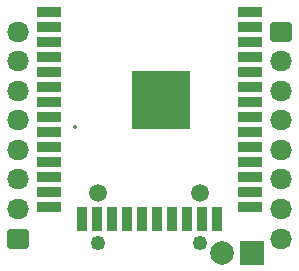
<source format=gbr>
%TF.GenerationSoftware,KiCad,Pcbnew,(6.0.2-0)*%
%TF.CreationDate,2022-02-20T10:18:58+00:00*%
%TF.ProjectId,Generic2,47656e65-7269-4633-922e-6b696361645f,1*%
%TF.SameCoordinates,Original*%
%TF.FileFunction,Soldermask,Bot*%
%TF.FilePolarity,Negative*%
%FSLAX46Y46*%
G04 Gerber Fmt 4.6, Leading zero omitted, Abs format (unit mm)*
G04 Created by KiCad (PCBNEW (6.0.2-0)) date 2022-02-20 10:18:58*
%MOMM*%
%LPD*%
G01*
G04 APERTURE LIST*
G04 Aperture macros list*
%AMRoundRect*
0 Rectangle with rounded corners*
0 $1 Rounding radius*
0 $2 $3 $4 $5 $6 $7 $8 $9 X,Y pos of 4 corners*
0 Add a 4 corners polygon primitive as box body*
4,1,4,$2,$3,$4,$5,$6,$7,$8,$9,$2,$3,0*
0 Add four circle primitives for the rounded corners*
1,1,$1+$1,$2,$3*
1,1,$1+$1,$4,$5*
1,1,$1+$1,$6,$7*
1,1,$1+$1,$8,$9*
0 Add four rect primitives between the rounded corners*
20,1,$1+$1,$2,$3,$4,$5,0*
20,1,$1+$1,$4,$5,$6,$7,0*
20,1,$1+$1,$6,$7,$8,$9,0*
20,1,$1+$1,$8,$9,$2,$3,0*%
G04 Aperture macros list end*
%ADD10C,1.250000*%
%ADD11C,1.500000*%
%ADD12C,0.350000*%
%ADD13R,2.000000X2.000000*%
%ADD14C,2.000000*%
%ADD15R,2.000000X0.900000*%
%ADD16R,0.900000X2.000000*%
%ADD17R,5.000000X5.000000*%
%ADD18RoundRect,0.250000X0.675000X-0.600000X0.675000X0.600000X-0.675000X0.600000X-0.675000X-0.600000X0*%
%ADD19O,1.850000X1.700000*%
%ADD20RoundRect,0.250000X-0.675000X0.600000X-0.675000X-0.600000X0.675000X-0.600000X0.675000X0.600000X0*%
G04 APERTURE END LIST*
D10*
%TO.C,J3*%
X143380000Y-107840000D03*
D11*
X152020000Y-103670000D03*
D10*
X152020000Y-107840000D03*
D11*
X143380000Y-103670000D03*
%TD*%
D12*
%TO.C,U2*%
X141450000Y-98050000D03*
%TD*%
D13*
%TO.C,J4*%
X156400000Y-108700000D03*
D14*
X153860000Y-108700000D03*
%TD*%
D15*
%TO.C,U1*%
X156200000Y-88295000D03*
X156200000Y-89565000D03*
X156200000Y-90835000D03*
X156200000Y-92105000D03*
X156200000Y-93375000D03*
X156200000Y-94645000D03*
X156200000Y-95915000D03*
X156200000Y-97185000D03*
X156200000Y-98455000D03*
X156200000Y-99725000D03*
X156200000Y-100995000D03*
X156200000Y-102265000D03*
X156200000Y-103535000D03*
X156200000Y-104805000D03*
D16*
X153415000Y-105805000D03*
X152145000Y-105805000D03*
X150875000Y-105805000D03*
X149605000Y-105805000D03*
X148335000Y-105805000D03*
X147065000Y-105805000D03*
X145795000Y-105805000D03*
X144525000Y-105805000D03*
X143255000Y-105805000D03*
X141985000Y-105805000D03*
D15*
X139200000Y-104805000D03*
X139200000Y-103535000D03*
X139200000Y-102265000D03*
X139200000Y-100995000D03*
X139200000Y-99725000D03*
X139200000Y-98455000D03*
X139200000Y-97185000D03*
X139200000Y-95915000D03*
X139200000Y-94645000D03*
X139200000Y-93375000D03*
X139200000Y-92105000D03*
X139200000Y-90835000D03*
X139200000Y-89565000D03*
X139200000Y-88295000D03*
D17*
X148700000Y-95795000D03*
%TD*%
D18*
%TO.C,J1*%
X136600000Y-107500000D03*
D19*
X136600000Y-105000000D03*
X136600000Y-102500000D03*
X136600000Y-100000000D03*
X136600000Y-97500000D03*
X136600000Y-95000000D03*
X136600000Y-92500000D03*
X136600000Y-90000000D03*
%TD*%
D20*
%TO.C,J2*%
X158900000Y-90000000D03*
D19*
X158900000Y-92500000D03*
X158900000Y-95000000D03*
X158900000Y-97500000D03*
X158900000Y-100000000D03*
X158900000Y-102500000D03*
X158900000Y-105000000D03*
X158900000Y-107500000D03*
%TD*%
M02*

</source>
